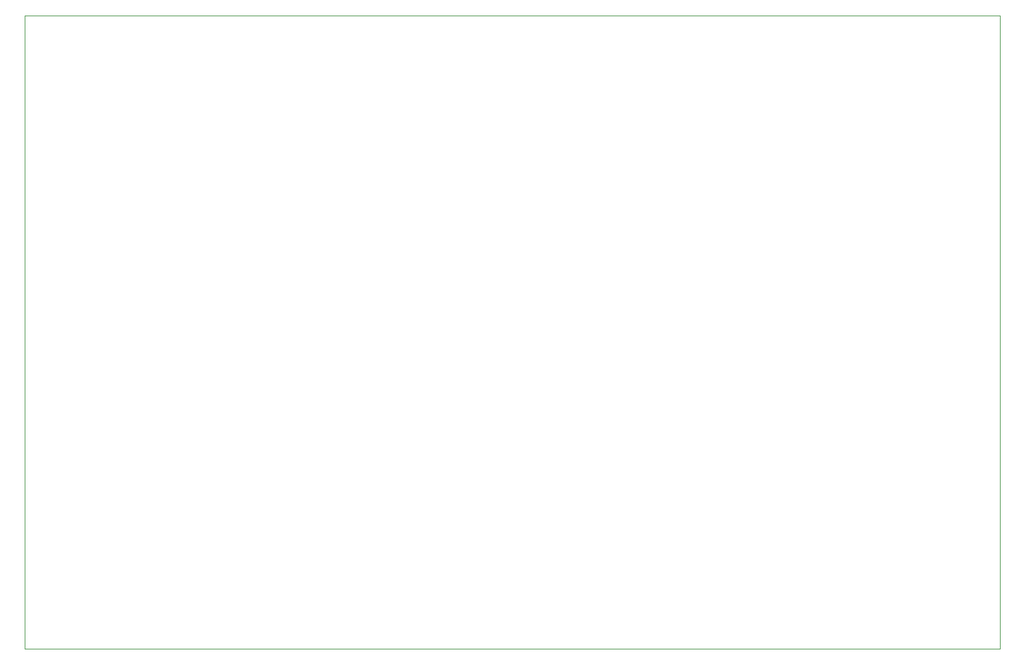
<source format=gbr>
G04 #@! TF.GenerationSoftware,KiCad,Pcbnew,(5.1.5)-3*
G04 #@! TF.CreationDate,2020-09-20T19:43:39-07:00*
G04 #@! TF.ProjectId,qf-cradle,71662d63-7261-4646-9c65-2e6b69636164,rev?*
G04 #@! TF.SameCoordinates,Original*
G04 #@! TF.FileFunction,Profile,NP*
%FSLAX46Y46*%
G04 Gerber Fmt 4.6, Leading zero omitted, Abs format (unit mm)*
G04 Created by KiCad (PCBNEW (5.1.5)-3) date 2020-09-20 19:43:39*
%MOMM*%
%LPD*%
G04 APERTURE LIST*
%ADD10C,0.050000*%
G04 APERTURE END LIST*
D10*
X186690000Y-146050000D02*
X59690000Y-146050000D01*
X186690000Y-63500000D02*
X186690000Y-146050000D01*
X59690000Y-63500000D02*
X186690000Y-63500000D01*
X59690000Y-146050000D02*
X59690000Y-63500000D01*
M02*

</source>
